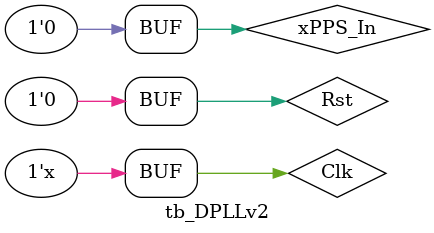
<source format=v>

`timescale 1ns / 1ps


module tb_DPLLv2;

parameter pAlpha      =  1;      // NCO Loop Filter Time Constant
parameter pErrCntrLen = 16;      // Phase Error Counter Length

	// Inputs
	reg Rst;
	reg Clk;
	reg xPPS_In;

	// Outputs
	wire DPLL_En;
	wire xPPS_Out;
	wire iPPS_Out;
	wire CE_NCO;
	wire NCO_Out;
    wire xPPS_TFF;
    wire iPPS_TFF;
    wire PPSGate;
    wire Lock;
    
    wire [23:0] MissingPlsCntr;
    wire xPPS_Missing;
    
    wire [23:0] iPPS_Cntr;
    
    wire Up;
    wire Dn;
    wire [31:0] PhiErr;
    wire [31:0] Err;
    
    wire [(pErrCntrLen - 1):0] ErrCntr;
    wire ErrLim;
    wire [ 3:0] LockCntr;

    wire [31:0] Kphi;
    wire [31:0] NCODrv;
    wire [31:0] NCO;

	// Instantiate the Unit Under Test (UUT)
	DPLLv2  #(
//                .pPhRefCnt(24'd10_000),             // 1 kHz PPS rate
//                .pMissingPPS_Cnt(24'd15_000),       // missing pulse
//                .pPhRefCnt(24'd16_777),             // 1 kHz PPS rate
//                .pMissingPPS_Cnt(24'd25_165),       // missing pulse
//                .pPhRefCnt(24'd100_000),            // 100 Hz PPS rate
//                .pMissingPPS_Cnt(24'd150_000),      // missing pulse
                .pPhRefCnt(24'd10_000),            // 100 Hz PPS rate
                .pMissingPPS_Cnt(24'd15_000),      // missing pulse
//                .pPhRefCnt(24'd41_943),             // 100 Hz PPS rate
//                .pMissingPPS_Cnt(24'd62_915),       // missing pulse
//                .pPhRefCnt(24'd49_152),             // 100 Hz PPS rate
//                .pMissingPPS_Cnt(24'd82_084),       // missing pulse
//
//                .pBasePhaseIncrement(32'h1999_9999),// 10MHz@100MHz
//                .pPosFreqPhiBase(32'h0000_A7C6),    // 1 cycle, 1@100 MHz, 1kHz
//                .pNegFreqPhiBase(32'hFFFF_583A),    //-1 cycle, 1@100 MHz, 1kHz
//
//                .pBasePhaseIncrement(32'h2AF3_1DC4),// 16.777216MHz@100MHz
//                .pPosFreqPhiBase(32'h0000_A7C6),    // 1 cycle, 1@100 MHz, 1kHz
//                .pNegFreqPhiBase(32'hFFFF_583A),    //-1 cycle, 1@100 MHz, 1kHz
//
//                .pBasePhaseIncrement(32'h1999_9999),// 10MHz@100MHz
//                .pPosFreqPhiBase(32'h0000_1C06),    // 1 cycle, 1@100 MHz, 100 Hz
//                .pNegFreqPhiBase(32'hFFFF_F3FA),    //-1 cycle, 1@100 MHz, 100 Hz
//
                .pBasePhaseIncrement(32'h0555_5555),// 1MHz@48MHz
                .pPosFreqPhiBase(32'h0000_22F3),    // 1 cycle, 1@48 MHz, 100 Hz
                .pNegFreqPhiBase(32'hFFFF_DD0D),    //-1 cycle, 1@48 MHz, 100 Hz
//
//                .pBasePhaseIncrement(32'h165E_9F80),// 4.194304MHz@48MHz
//                .pPosFreqPhiBase(32'h0000_22F3),    // 1 cycle, 1@48 MHz, 100 Hz
//                .pNegFreqPhiBase(32'hFFFF_DD0D),    //-1 cycle, 1@48 MHz, 100 Hz
//                
                .pAlpha(pAlpha),                    // Loop Filter Configuration
                .pErrCntrLen(pErrCntrLen)           // Phase Error Counter Len
            ) uut (
                .Rst(Rst), 
                .Clk(Clk), 
                .xPPS_In(xPPS_In), 
                .DPLL_En(DPLL_En), 
                .xPPS_Out(xPPS_Out), 
                .iPPS_Out(iPPS_Out), 
                .CE_NCO(CE_NCO), 
                .NCO_Out(NCO_Out), 
                .xPPS_TFF(xPPS_TFF),
                .iPPS_TFF(iPPS_TFF),
                .PPSGate(PPSGate), 
                .Lock(Lock),

                .MissingPlsCntr(MissingPlsCntr),
                .xPPS_Missing(xPPS_Missing),
                
                .iPPS_Cntr(iPPS_Cntr),

                .Up(Up),
                .Dn(Dn),
                .Err(Err),
                .PhiErr(PhiErr),

                .ErrCntr(ErrCntr),
                .ErrLim(ErrLim),
                .LockCntr(LockCntr),

                .Kphi(Kphi),
                .NCODrv(NCODrv),
                .NCO(NCO)
            );

	initial begin
		// Initialize Inputs
		Rst = 1;
		Clk = 0;
		xPPS_In = 0;

		// Wait 100 ns for global reset to finish
		#101 Rst = 0;
        
		// Add stimulus here
        
	end
    
//    always #5 Clk = ~Clk;         // 100 MHz
    always #10.416 Clk = ~Clk;      //  48 MHz
    
    always begin
        #200    xPPS_In = 1;
        #100000 xPPS_In = 0;
//        #699800 xPPS_In = 0;
//        #738660.8 xPPS_In = 0;
//        #7899800 xPPS_In = 0;
        #9899800 xPPS_In = 0;
    end

endmodule


</source>
